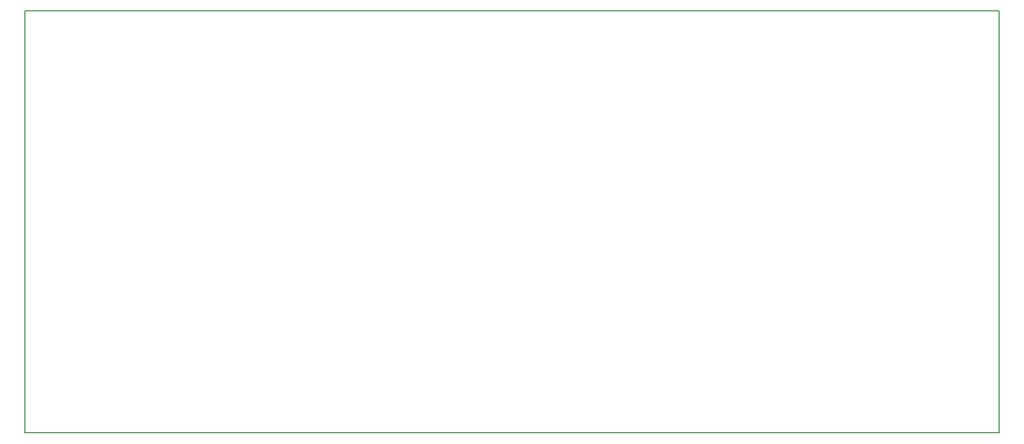
<source format=gm1>
G04 Layer_Color=16711935*
%FSLAX25Y25*%
%MOIN*%
G70*
G01*
G75*
%ADD32C,0.00800*%
D32*
X100000Y165000D02*
Y425000D01*
Y165000D02*
X700000D01*
Y425000D01*
X100000D02*
X700000D01*
X100000D02*
X125000D01*
X675000D02*
X700000D01*
M02*

</source>
